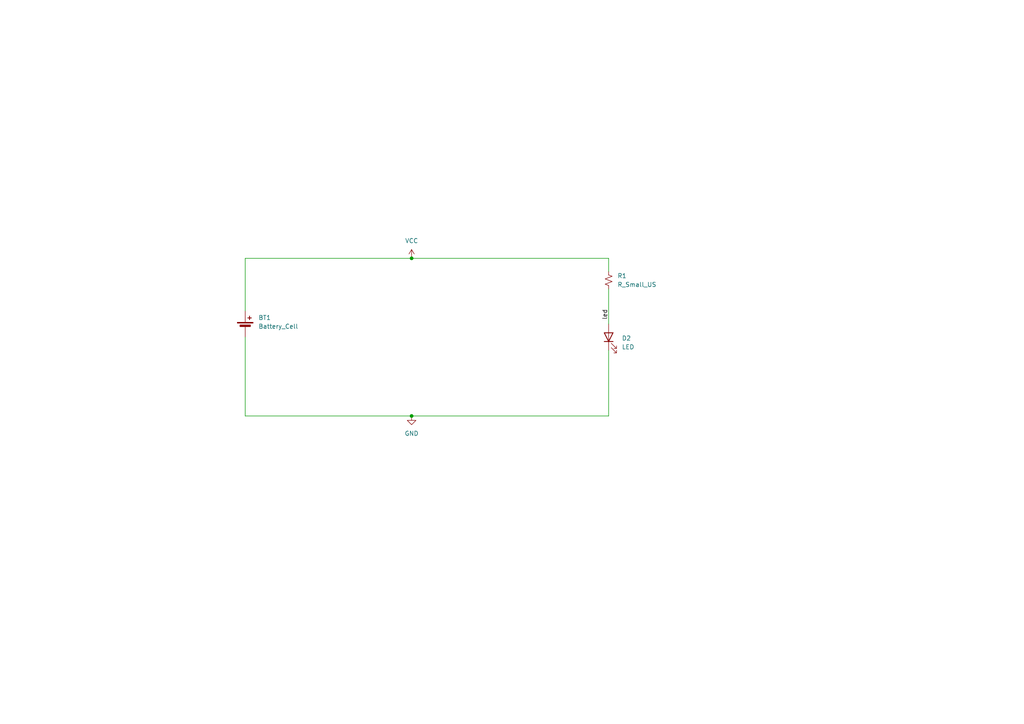
<source format=kicad_sch>
(kicad_sch
	(version 20250114)
	(generator "eeschema")
	(generator_version "9.0")
	(uuid "84d97a86-4222-443f-9aa6-7ff5d448ba14")
	(paper "A4")
	(title_block
		(title "Beginning KiCad")
		(date "2026-01-14")
	)
	(lib_symbols
		(symbol "Device:Battery_Cell"
			(pin_numbers
				(hide yes)
			)
			(pin_names
				(offset 0)
				(hide yes)
			)
			(exclude_from_sim no)
			(in_bom yes)
			(on_board yes)
			(property "Reference" "BT"
				(at 2.54 2.54 0)
				(effects
					(font
						(size 1.27 1.27)
					)
					(justify left)
				)
			)
			(property "Value" "Battery_Cell"
				(at 2.54 0 0)
				(effects
					(font
						(size 1.27 1.27)
					)
					(justify left)
				)
			)
			(property "Footprint" ""
				(at 0 1.524 90)
				(effects
					(font
						(size 1.27 1.27)
					)
					(hide yes)
				)
			)
			(property "Datasheet" "~"
				(at 0 1.524 90)
				(effects
					(font
						(size 1.27 1.27)
					)
					(hide yes)
				)
			)
			(property "Description" "Single-cell battery"
				(at 0 0 0)
				(effects
					(font
						(size 1.27 1.27)
					)
					(hide yes)
				)
			)
			(property "Sim.Device" "V"
				(at 0 0 0)
				(effects
					(font
						(size 1.27 1.27)
					)
					(hide yes)
				)
			)
			(property "Sim.Type" "DC"
				(at 0 0 0)
				(effects
					(font
						(size 1.27 1.27)
					)
					(hide yes)
				)
			)
			(property "Sim.Pins" "1=+ 2=-"
				(at 0 0 0)
				(effects
					(font
						(size 1.27 1.27)
					)
					(hide yes)
				)
			)
			(property "ki_keywords" "battery cell"
				(at 0 0 0)
				(effects
					(font
						(size 1.27 1.27)
					)
					(hide yes)
				)
			)
			(symbol "Battery_Cell_0_1"
				(rectangle
					(start -2.286 1.778)
					(end 2.286 1.524)
					(stroke
						(width 0)
						(type default)
					)
					(fill
						(type outline)
					)
				)
				(rectangle
					(start -1.524 1.016)
					(end 1.524 0.508)
					(stroke
						(width 0)
						(type default)
					)
					(fill
						(type outline)
					)
				)
				(polyline
					(pts
						(xy 0 1.778) (xy 0 2.54)
					)
					(stroke
						(width 0)
						(type default)
					)
					(fill
						(type none)
					)
				)
				(polyline
					(pts
						(xy 0 0.762) (xy 0 0)
					)
					(stroke
						(width 0)
						(type default)
					)
					(fill
						(type none)
					)
				)
				(polyline
					(pts
						(xy 0.762 3.048) (xy 1.778 3.048)
					)
					(stroke
						(width 0.254)
						(type default)
					)
					(fill
						(type none)
					)
				)
				(polyline
					(pts
						(xy 1.27 3.556) (xy 1.27 2.54)
					)
					(stroke
						(width 0.254)
						(type default)
					)
					(fill
						(type none)
					)
				)
			)
			(symbol "Battery_Cell_1_1"
				(pin passive line
					(at 0 5.08 270)
					(length 2.54)
					(name "+"
						(effects
							(font
								(size 1.27 1.27)
							)
						)
					)
					(number "1"
						(effects
							(font
								(size 1.27 1.27)
							)
						)
					)
				)
				(pin passive line
					(at 0 -2.54 90)
					(length 2.54)
					(name "-"
						(effects
							(font
								(size 1.27 1.27)
							)
						)
					)
					(number "2"
						(effects
							(font
								(size 1.27 1.27)
							)
						)
					)
				)
			)
			(embedded_fonts no)
		)
		(symbol "Device:LED"
			(pin_numbers
				(hide yes)
			)
			(pin_names
				(offset 1.016)
				(hide yes)
			)
			(exclude_from_sim no)
			(in_bom yes)
			(on_board yes)
			(property "Reference" "D"
				(at 0 2.54 0)
				(effects
					(font
						(size 1.27 1.27)
					)
				)
			)
			(property "Value" "LED"
				(at 0 -2.54 0)
				(effects
					(font
						(size 1.27 1.27)
					)
				)
			)
			(property "Footprint" ""
				(at 0 0 0)
				(effects
					(font
						(size 1.27 1.27)
					)
					(hide yes)
				)
			)
			(property "Datasheet" "~"
				(at 0 0 0)
				(effects
					(font
						(size 1.27 1.27)
					)
					(hide yes)
				)
			)
			(property "Description" "Light emitting diode"
				(at 0 0 0)
				(effects
					(font
						(size 1.27 1.27)
					)
					(hide yes)
				)
			)
			(property "Sim.Pins" "1=K 2=A"
				(at 0 0 0)
				(effects
					(font
						(size 1.27 1.27)
					)
					(hide yes)
				)
			)
			(property "ki_keywords" "LED diode"
				(at 0 0 0)
				(effects
					(font
						(size 1.27 1.27)
					)
					(hide yes)
				)
			)
			(property "ki_fp_filters" "LED* LED_SMD:* LED_THT:*"
				(at 0 0 0)
				(effects
					(font
						(size 1.27 1.27)
					)
					(hide yes)
				)
			)
			(symbol "LED_0_1"
				(polyline
					(pts
						(xy -3.048 -0.762) (xy -4.572 -2.286) (xy -3.81 -2.286) (xy -4.572 -2.286) (xy -4.572 -1.524)
					)
					(stroke
						(width 0)
						(type default)
					)
					(fill
						(type none)
					)
				)
				(polyline
					(pts
						(xy -1.778 -0.762) (xy -3.302 -2.286) (xy -2.54 -2.286) (xy -3.302 -2.286) (xy -3.302 -1.524)
					)
					(stroke
						(width 0)
						(type default)
					)
					(fill
						(type none)
					)
				)
				(polyline
					(pts
						(xy -1.27 0) (xy 1.27 0)
					)
					(stroke
						(width 0)
						(type default)
					)
					(fill
						(type none)
					)
				)
				(polyline
					(pts
						(xy -1.27 -1.27) (xy -1.27 1.27)
					)
					(stroke
						(width 0.254)
						(type default)
					)
					(fill
						(type none)
					)
				)
				(polyline
					(pts
						(xy 1.27 -1.27) (xy 1.27 1.27) (xy -1.27 0) (xy 1.27 -1.27)
					)
					(stroke
						(width 0.254)
						(type default)
					)
					(fill
						(type none)
					)
				)
			)
			(symbol "LED_1_1"
				(pin passive line
					(at -3.81 0 0)
					(length 2.54)
					(name "K"
						(effects
							(font
								(size 1.27 1.27)
							)
						)
					)
					(number "1"
						(effects
							(font
								(size 1.27 1.27)
							)
						)
					)
				)
				(pin passive line
					(at 3.81 0 180)
					(length 2.54)
					(name "A"
						(effects
							(font
								(size 1.27 1.27)
							)
						)
					)
					(number "2"
						(effects
							(font
								(size 1.27 1.27)
							)
						)
					)
				)
			)
			(embedded_fonts no)
		)
		(symbol "Device:R_Small_US"
			(pin_numbers
				(hide yes)
			)
			(pin_names
				(offset 0.254)
				(hide yes)
			)
			(exclude_from_sim no)
			(in_bom yes)
			(on_board yes)
			(property "Reference" "R"
				(at 0.762 0.508 0)
				(effects
					(font
						(size 1.27 1.27)
					)
					(justify left)
				)
			)
			(property "Value" "R_Small_US"
				(at 0.762 -1.016 0)
				(effects
					(font
						(size 1.27 1.27)
					)
					(justify left)
				)
			)
			(property "Footprint" ""
				(at 0 0 0)
				(effects
					(font
						(size 1.27 1.27)
					)
					(hide yes)
				)
			)
			(property "Datasheet" "~"
				(at 0 0 0)
				(effects
					(font
						(size 1.27 1.27)
					)
					(hide yes)
				)
			)
			(property "Description" "Resistor, small US symbol"
				(at 0 0 0)
				(effects
					(font
						(size 1.27 1.27)
					)
					(hide yes)
				)
			)
			(property "ki_keywords" "r resistor"
				(at 0 0 0)
				(effects
					(font
						(size 1.27 1.27)
					)
					(hide yes)
				)
			)
			(property "ki_fp_filters" "R_*"
				(at 0 0 0)
				(effects
					(font
						(size 1.27 1.27)
					)
					(hide yes)
				)
			)
			(symbol "R_Small_US_1_1"
				(polyline
					(pts
						(xy 0 1.524) (xy 1.016 1.143) (xy 0 0.762) (xy -1.016 0.381) (xy 0 0)
					)
					(stroke
						(width 0)
						(type default)
					)
					(fill
						(type none)
					)
				)
				(polyline
					(pts
						(xy 0 0) (xy 1.016 -0.381) (xy 0 -0.762) (xy -1.016 -1.143) (xy 0 -1.524)
					)
					(stroke
						(width 0)
						(type default)
					)
					(fill
						(type none)
					)
				)
				(pin passive line
					(at 0 2.54 270)
					(length 1.016)
					(name "~"
						(effects
							(font
								(size 1.27 1.27)
							)
						)
					)
					(number "1"
						(effects
							(font
								(size 1.27 1.27)
							)
						)
					)
				)
				(pin passive line
					(at 0 -2.54 90)
					(length 1.016)
					(name "~"
						(effects
							(font
								(size 1.27 1.27)
							)
						)
					)
					(number "2"
						(effects
							(font
								(size 1.27 1.27)
							)
						)
					)
				)
			)
			(embedded_fonts no)
		)
		(symbol "power:GND"
			(power)
			(pin_numbers
				(hide yes)
			)
			(pin_names
				(offset 0)
				(hide yes)
			)
			(exclude_from_sim no)
			(in_bom yes)
			(on_board yes)
			(property "Reference" "#PWR"
				(at 0 -6.35 0)
				(effects
					(font
						(size 1.27 1.27)
					)
					(hide yes)
				)
			)
			(property "Value" "GND"
				(at 0 -3.81 0)
				(effects
					(font
						(size 1.27 1.27)
					)
				)
			)
			(property "Footprint" ""
				(at 0 0 0)
				(effects
					(font
						(size 1.27 1.27)
					)
					(hide yes)
				)
			)
			(property "Datasheet" ""
				(at 0 0 0)
				(effects
					(font
						(size 1.27 1.27)
					)
					(hide yes)
				)
			)
			(property "Description" "Power symbol creates a global label with name \"GND\" , ground"
				(at 0 0 0)
				(effects
					(font
						(size 1.27 1.27)
					)
					(hide yes)
				)
			)
			(property "ki_keywords" "global power"
				(at 0 0 0)
				(effects
					(font
						(size 1.27 1.27)
					)
					(hide yes)
				)
			)
			(symbol "GND_0_1"
				(polyline
					(pts
						(xy 0 0) (xy 0 -1.27) (xy 1.27 -1.27) (xy 0 -2.54) (xy -1.27 -1.27) (xy 0 -1.27)
					)
					(stroke
						(width 0)
						(type default)
					)
					(fill
						(type none)
					)
				)
			)
			(symbol "GND_1_1"
				(pin power_in line
					(at 0 0 270)
					(length 0)
					(name "~"
						(effects
							(font
								(size 1.27 1.27)
							)
						)
					)
					(number "1"
						(effects
							(font
								(size 1.27 1.27)
							)
						)
					)
				)
			)
			(embedded_fonts no)
		)
		(symbol "power:VCC"
			(power)
			(pin_numbers
				(hide yes)
			)
			(pin_names
				(offset 0)
				(hide yes)
			)
			(exclude_from_sim no)
			(in_bom yes)
			(on_board yes)
			(property "Reference" "#PWR"
				(at 0 -3.81 0)
				(effects
					(font
						(size 1.27 1.27)
					)
					(hide yes)
				)
			)
			(property "Value" "VCC"
				(at 0 3.556 0)
				(effects
					(font
						(size 1.27 1.27)
					)
				)
			)
			(property "Footprint" ""
				(at 0 0 0)
				(effects
					(font
						(size 1.27 1.27)
					)
					(hide yes)
				)
			)
			(property "Datasheet" ""
				(at 0 0 0)
				(effects
					(font
						(size 1.27 1.27)
					)
					(hide yes)
				)
			)
			(property "Description" "Power symbol creates a global label with name \"VCC\""
				(at 0 0 0)
				(effects
					(font
						(size 1.27 1.27)
					)
					(hide yes)
				)
			)
			(property "ki_keywords" "global power"
				(at 0 0 0)
				(effects
					(font
						(size 1.27 1.27)
					)
					(hide yes)
				)
			)
			(symbol "VCC_0_1"
				(polyline
					(pts
						(xy -0.762 1.27) (xy 0 2.54)
					)
					(stroke
						(width 0)
						(type default)
					)
					(fill
						(type none)
					)
				)
				(polyline
					(pts
						(xy 0 2.54) (xy 0.762 1.27)
					)
					(stroke
						(width 0)
						(type default)
					)
					(fill
						(type none)
					)
				)
				(polyline
					(pts
						(xy 0 0) (xy 0 2.54)
					)
					(stroke
						(width 0)
						(type default)
					)
					(fill
						(type none)
					)
				)
			)
			(symbol "VCC_1_1"
				(pin power_in line
					(at 0 0 90)
					(length 0)
					(name "~"
						(effects
							(font
								(size 1.27 1.27)
							)
						)
					)
					(number "1"
						(effects
							(font
								(size 1.27 1.27)
							)
						)
					)
				)
			)
			(embedded_fonts no)
		)
	)
	(junction
		(at 119.38 74.93)
		(diameter 0)
		(color 0 0 0 0)
		(uuid "d4d404a5-ebb9-4ba0-92a8-0a069a7f3999")
	)
	(junction
		(at 119.38 120.65)
		(diameter 0)
		(color 0 0 0 0)
		(uuid "d69d96ae-2963-4e9a-8d53-0dd1a7fbf049")
	)
	(wire
		(pts
			(xy 176.53 101.6) (xy 176.53 120.65)
		)
		(stroke
			(width 0)
			(type default)
		)
		(uuid "3bfcd443-876d-41b7-83ad-06ddffc491ba")
	)
	(wire
		(pts
			(xy 71.12 74.93) (xy 119.38 74.93)
		)
		(stroke
			(width 0)
			(type default)
		)
		(uuid "3c8459c2-f300-4d61-9de2-b423ed0cfe12")
	)
	(wire
		(pts
			(xy 176.53 120.65) (xy 119.38 120.65)
		)
		(stroke
			(width 0)
			(type default)
		)
		(uuid "409e8a0a-fe77-4480-9d8f-1c6366dd8fde")
	)
	(wire
		(pts
			(xy 119.38 74.93) (xy 176.53 74.93)
		)
		(stroke
			(width 0)
			(type default)
		)
		(uuid "56666895-1dd0-43f6-9872-ff56ced24abe")
	)
	(wire
		(pts
			(xy 71.12 120.65) (xy 71.12 97.79)
		)
		(stroke
			(width 0)
			(type default)
		)
		(uuid "595c0496-848f-48de-bfff-724d7bc37452")
	)
	(wire
		(pts
			(xy 176.53 74.93) (xy 176.53 78.74)
		)
		(stroke
			(width 0)
			(type default)
		)
		(uuid "6ddc003a-cb7a-40d4-a892-5d04f3eaa755")
	)
	(wire
		(pts
			(xy 71.12 90.17) (xy 71.12 74.93)
		)
		(stroke
			(width 0)
			(type default)
		)
		(uuid "ad823d6c-dd08-48f3-a182-af2733a11258")
	)
	(wire
		(pts
			(xy 176.53 83.82) (xy 176.53 93.98)
		)
		(stroke
			(width 0)
			(type default)
		)
		(uuid "d34e942f-a83a-43a3-a2de-72a81a26f8ae")
	)
	(wire
		(pts
			(xy 119.38 120.65) (xy 71.12 120.65)
		)
		(stroke
			(width 0)
			(type default)
		)
		(uuid "fa36b1df-4016-4bd0-9514-a3a8fa36eb40")
	)
	(label "led"
		(at 176.53 92.71 90)
		(effects
			(font
				(size 1.27 1.27)
			)
			(justify left bottom)
		)
		(uuid "914b910c-5216-4b79-b9af-34f4f4923c61")
	)
	(symbol
		(lib_id "Device:Battery_Cell")
		(at 71.12 95.25 0)
		(unit 1)
		(exclude_from_sim no)
		(in_bom yes)
		(on_board yes)
		(dnp no)
		(fields_autoplaced yes)
		(uuid "09edab5f-cbea-441d-a702-3ae6412d2bbf")
		(property "Reference" "BT1"
			(at 74.93 92.1384 0)
			(effects
				(font
					(size 1.27 1.27)
				)
				(justify left)
			)
		)
		(property "Value" "Battery_Cell"
			(at 74.93 94.6784 0)
			(effects
				(font
					(size 1.27 1.27)
				)
				(justify left)
			)
		)
		(property "Footprint" "Battery:BatteryHolder_Keystone_1058_1x2032"
			(at 71.12 93.726 90)
			(effects
				(font
					(size 1.27 1.27)
				)
				(hide yes)
			)
		)
		(property "Datasheet" "~"
			(at 71.12 93.726 90)
			(effects
				(font
					(size 1.27 1.27)
				)
				(hide yes)
			)
		)
		(property "Description" "Single-cell battery"
			(at 71.12 95.25 0)
			(effects
				(font
					(size 1.27 1.27)
				)
				(hide yes)
			)
		)
		(property "Sim.Device" "V"
			(at 71.12 95.25 0)
			(effects
				(font
					(size 1.27 1.27)
				)
				(hide yes)
			)
		)
		(property "Sim.Type" "DC"
			(at 71.12 95.25 0)
			(effects
				(font
					(size 1.27 1.27)
				)
				(hide yes)
			)
		)
		(property "Sim.Pins" "1=+ 2=-"
			(at 71.12 95.25 0)
			(effects
				(font
					(size 1.27 1.27)
				)
				(hide yes)
			)
		)
		(pin "1"
			(uuid "ee56212c-1076-4f5e-a2c1-d8609ce0690d")
		)
		(pin "2"
			(uuid "4443df29-204e-4372-92a2-fbc7c073c4e5")
		)
		(instances
			(project ""
				(path "/84d97a86-4222-443f-9aa6-7ff5d448ba14"
					(reference "BT1")
					(unit 1)
				)
			)
		)
	)
	(symbol
		(lib_id "Device:LED")
		(at 176.53 97.79 90)
		(unit 1)
		(exclude_from_sim no)
		(in_bom yes)
		(on_board yes)
		(dnp no)
		(fields_autoplaced yes)
		(uuid "2234acbb-0879-45d1-a687-f2e3e4ebf646")
		(property "Reference" "D2"
			(at 180.34 98.1074 90)
			(effects
				(font
					(size 1.27 1.27)
				)
				(justify right)
			)
		)
		(property "Value" "LED"
			(at 180.34 100.6474 90)
			(effects
				(font
					(size 1.27 1.27)
				)
				(justify right)
			)
		)
		(property "Footprint" "LED_THT:LED_D3.0mm"
			(at 176.53 97.79 0)
			(effects
				(font
					(size 1.27 1.27)
				)
				(hide yes)
			)
		)
		(property "Datasheet" "~"
			(at 176.53 97.79 0)
			(effects
				(font
					(size 1.27 1.27)
				)
				(hide yes)
			)
		)
		(property "Description" "Light emitting diode"
			(at 176.53 97.79 0)
			(effects
				(font
					(size 1.27 1.27)
				)
				(hide yes)
			)
		)
		(property "Sim.Pins" "1=K 2=A"
			(at 176.53 97.79 0)
			(effects
				(font
					(size 1.27 1.27)
				)
				(hide yes)
			)
		)
		(pin "2"
			(uuid "c434b04b-afeb-431d-9e04-8cf233b2478c")
		)
		(pin "1"
			(uuid "ce253af0-56c4-45ee-a710-9ab5e0b5518b")
		)
		(instances
			(project ""
				(path "/84d97a86-4222-443f-9aa6-7ff5d448ba14"
					(reference "D2")
					(unit 1)
				)
			)
		)
	)
	(symbol
		(lib_id "Device:R_Small_US")
		(at 176.53 81.28 0)
		(unit 1)
		(exclude_from_sim no)
		(in_bom yes)
		(on_board yes)
		(dnp no)
		(fields_autoplaced yes)
		(uuid "6fb390b3-2d83-4f88-964f-963aefe8a868")
		(property "Reference" "R1"
			(at 179.07 80.0099 0)
			(effects
				(font
					(size 1.27 1.27)
				)
				(justify left)
			)
		)
		(property "Value" "R_Small_US"
			(at 179.07 82.5499 0)
			(effects
				(font
					(size 1.27 1.27)
				)
				(justify left)
			)
		)
		(property "Footprint" "Resistor_THT:R_Axial_DIN0309_L9.0mm_D3.2mm_P12.70mm_Horizontal"
			(at 176.53 81.28 0)
			(effects
				(font
					(size 1.27 1.27)
				)
				(hide yes)
			)
		)
		(property "Datasheet" "~"
			(at 176.53 81.28 0)
			(effects
				(font
					(size 1.27 1.27)
				)
				(hide yes)
			)
		)
		(property "Description" "Resistor, small US symbol"
			(at 176.53 81.28 0)
			(effects
				(font
					(size 1.27 1.27)
				)
				(hide yes)
			)
		)
		(pin "2"
			(uuid "3c299472-3295-4a19-8c47-331a96b7b0ea")
		)
		(pin "1"
			(uuid "83a2385b-d7c9-4d93-8288-c1882cd37fa6")
		)
		(instances
			(project ""
				(path "/84d97a86-4222-443f-9aa6-7ff5d448ba14"
					(reference "R1")
					(unit 1)
				)
			)
		)
	)
	(symbol
		(lib_id "power:VCC")
		(at 119.38 74.93 0)
		(unit 1)
		(exclude_from_sim no)
		(in_bom yes)
		(on_board yes)
		(dnp no)
		(fields_autoplaced yes)
		(uuid "e40bf913-dd20-40be-8ecb-948811c555a5")
		(property "Reference" "#PWR01"
			(at 119.38 78.74 0)
			(effects
				(font
					(size 1.27 1.27)
				)
				(hide yes)
			)
		)
		(property "Value" "VCC"
			(at 119.38 69.85 0)
			(effects
				(font
					(size 1.27 1.27)
				)
			)
		)
		(property "Footprint" ""
			(at 119.38 74.93 0)
			(effects
				(font
					(size 1.27 1.27)
				)
				(hide yes)
			)
		)
		(property "Datasheet" ""
			(at 119.38 74.93 0)
			(effects
				(font
					(size 1.27 1.27)
				)
				(hide yes)
			)
		)
		(property "Description" "Power symbol creates a global label with name \"VCC\""
			(at 119.38 74.93 0)
			(effects
				(font
					(size 1.27 1.27)
				)
				(hide yes)
			)
		)
		(pin "1"
			(uuid "b6dc62f7-818a-47d7-821c-c9394d47251a")
		)
		(instances
			(project ""
				(path "/84d97a86-4222-443f-9aa6-7ff5d448ba14"
					(reference "#PWR01")
					(unit 1)
				)
			)
		)
	)
	(symbol
		(lib_id "power:GND")
		(at 119.38 120.65 0)
		(unit 1)
		(exclude_from_sim no)
		(in_bom yes)
		(on_board yes)
		(dnp no)
		(fields_autoplaced yes)
		(uuid "f91937ed-27bf-4714-8665-17b7186b5766")
		(property "Reference" "#PWR02"
			(at 119.38 127 0)
			(effects
				(font
					(size 1.27 1.27)
				)
				(hide yes)
			)
		)
		(property "Value" "GND"
			(at 119.38 125.73 0)
			(effects
				(font
					(size 1.27 1.27)
				)
			)
		)
		(property "Footprint" ""
			(at 119.38 120.65 0)
			(effects
				(font
					(size 1.27 1.27)
				)
				(hide yes)
			)
		)
		(property "Datasheet" ""
			(at 119.38 120.65 0)
			(effects
				(font
					(size 1.27 1.27)
				)
				(hide yes)
			)
		)
		(property "Description" "Power symbol creates a global label with name \"GND\" , ground"
			(at 119.38 120.65 0)
			(effects
				(font
					(size 1.27 1.27)
				)
				(hide yes)
			)
		)
		(pin "1"
			(uuid "a5a00e89-dfb0-4862-87c1-7700787cab0b")
		)
		(instances
			(project ""
				(path "/84d97a86-4222-443f-9aa6-7ff5d448ba14"
					(reference "#PWR02")
					(unit 1)
				)
			)
		)
	)
	(sheet_instances
		(path "/"
			(page "1")
		)
	)
	(embedded_fonts no)
)

</source>
